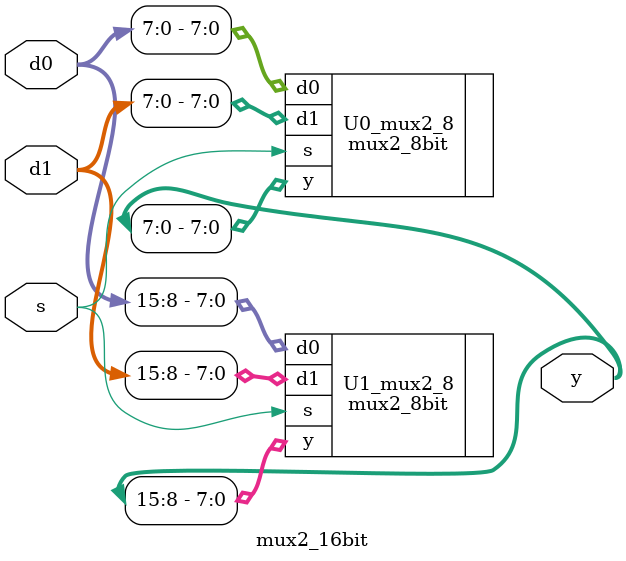
<source format=v>
module mux2_16bit(d0, d1, s, y);
	input [15:0] d0, d1;
	input s;
	output [15:0] y;
	
	// instance 2 to 1 mux
	mux2_8bit U0_mux2_8(.d0(d0[7:0]), .d1(d1[7:0]), .s(s), .y(y[7:0]));
	mux2_8bit U1_mux2_8(.d0(d0[15:8]), .d1(d1[15:8]), .s(s), .y(y[15:8]));
	
endmodule

</source>
